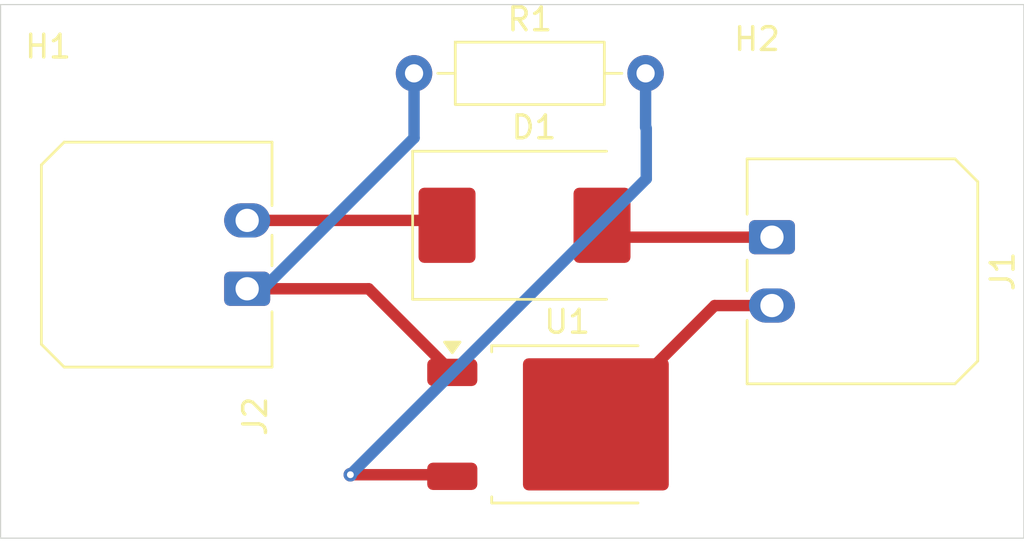
<source format=kicad_pcb>
(kicad_pcb (version 20241229) (generator "pcbnew") (generator_version "9.0")
  (layers (0 "F.Cu" signal) (2 "B.Cu" signal) (13 "F.Paste" user) (15 "B.Paste" user) (5 "F.SilkS" user "F.Silkscreen") (7 "B.SilkS" user "B.Silkscreen") (1 "F.Mask" user) (3 "B.Mask" user) (25 "Edge.Cuts" user))
  (net 0 "")
  (net 1 "GND")
  (net 2 "Net-(D1-K)")
  (net 3 "Net-(D1-A)")
  (net 4 "Net-(J1-Pin_2)")
  (net 5 "Net-(U1-Cathode)")
  (footprint "Resistor_THT:R_Axial_DIN0207_L6.3mm_D2.5mm_P10.16mm_Horizontal" (layer "F.Cu") (at 123.76404 62.95644)
    (property "Reference" "R1" (at 5.08 -2.37 0) (layer "F.SilkS"))
    (property "Value" "36000")
    (fp_line (start 1.04 0) (end 1.81 0) (stroke (width 0.12)) (layer "F.SilkS"))
    (fp_line (start 9.12 0) (end 8.35 0) (stroke (width 0.12)) (layer "F.SilkS"))
    (fp_rect (start 1.81 -1.37) (end 8.35 1.37) (stroke (width 0.12)) (fill no) (layer "F.SilkS"))
    (pad "1" thru_hole circle (at 0 0) (size 1.6 1.6) (drill 0.8) (layers "*.Cu" "*.Mask") (net 1 "GND"))
    (pad "2" thru_hole circle (at 10.16 0) (size 1.6 1.6) (drill 0.8) (layers "*.Cu" "*.Mask") (net 5 "Net-(U1-Cathode)"))
  )
  (footprint "Connector_Molex:Molex_Micro-Fit_3.0_43650-0200_1x02_P3.00mm_Horizontal" (layer "F.Cu") (at 116.44128 72.40918 90)
    (property "Reference" "J2" (at -5.59422 0.34792 90) (layer "F.SilkS"))
    (property "Value" "Tractive Battery")
    (fp_line (start 5.435 -9.03) (end 6.435 -8.03) (stroke (width 0.12)) (layer "F.SilkS"))
    (fp_line (start -2.435 -9.03) (end 5.435 -9.03) (stroke (width 0.12)) (layer "F.SilkS"))
    (fp_line (start 6.435 -8.03) (end 6.435 1.09) (stroke (width 0.12)) (layer "F.SilkS"))
    (fp_line (start -3.435 -8.03) (end -2.435 -9.03) (stroke (width 0.12)) (layer "F.SilkS"))
    (fp_line (start 6.435 1.09) (end 3.651767 1.09) (stroke (width 0.12)) (layer "F.SilkS"))
    (fp_line (start 1.01 1.09) (end 2.348233 1.09) (stroke (width 0.12)) (layer "F.SilkS"))
    (fp_line (start -3.435 1.09) (end -3.435 -8.03) (stroke (width 0.12)) (layer "F.SilkS"))
    (fp_line (start -3.435 1.09) (end -1.01 1.09) (stroke (width 0.12)) (layer "F.SilkS"))
    (pad "" np_thru_hole circle (at 1.5 -4.32 90) (size 3 3) (drill 3) (layers "*.Cu" "*.Mask"))
    (pad "1" thru_hole roundrect (at 0 0 90) (size 1.5 2.02) (drill 1.02) (layers "*.Cu" "*.Mask") (roundrect_rratio 0.166667) (net 1 "GND"))
    (pad "2" thru_hole oval (at 3 0 90) (size 1.5 2.02) (drill 1.02) (layers "*.Cu" "*.Mask") (net 2 "Net-(D1-K)"))
  )
  (footprint "MountingHole:MountingHole_2.1mm" (layer "F.Cu") (at 142.92072 62.59576)
    (property "Reference" "H2" (at -4.10718 -1.143 0) (layer "F.SilkS"))
    (property "Value" "MountingHole")
    (pad "" np_thru_hole circle (at 0 0) (size 2.1 2.1) (drill 2.1) (layers "*.Cu" "*.Mask"))
  )
  (footprint "MountingHole:MountingHole_2.1mm" (layer "F.Cu") (at 112.48136 62.4586)
    (property "Reference" "H1" (at -4.77774 -0.67564 0) (layer "F.SilkS"))
    (property "Value" "MountingHole")
    (pad "" np_thru_hole circle (at 0 0) (size 2.1 2.1) (drill 2.1) (layers "*.Cu" "*.Mask"))
  )
  (footprint "Package_TO_SOT_SMD:TO-252-2" (layer "F.Cu") (at 130.48218 78.359)
    (property "Reference" "U1" (at 0 -4.5 0) (layer "F.SilkS"))
    (property "Value" "~")
    (fp_line (start -3.31 -3.45) (end -3.31 -3.18) (stroke (width 0.12)) (layer "F.SilkS"))
    (fp_line (start -3.31 3.45) (end -3.31 3.18) (stroke (width 0.12)) (layer "F.SilkS"))
    (fp_line (start 3.11 -3.45) (end -3.31 -3.45) (stroke (width 0.12)) (layer "F.SilkS"))
    (fp_line (start 3.11 3.45) (end -3.31 3.45) (stroke (width 0.12)) (layer "F.SilkS"))
    (fp_poly (pts (xy -5.04 -3.14) (xy -5.38 -3.61) (xy -4.7 -3.61)) (stroke (width 0.12)) (fill yes) (layer "F.SilkS"))
    (pad "1" smd roundrect (at -5.04 -2.28) (size 2.2 1.2) (layers "F.Cu" "F.Mask" "F.Paste") (roundrect_rratio 0.208333) (net 1 "GND"))
    (pad "2" smd roundrect (at 1.26 0) (size 6.4 5.8) (layers "F.Cu" "F.Mask") (roundrect_rratio 0.043103) (net 4 "Net-(J1-Pin_2)"))
    (pad "3" smd roundrect (at -5.04 2.28) (size 2.2 1.2) (layers "F.Cu" "F.Mask" "F.Paste") (roundrect_rratio 0.208333) (net 5 "Net-(U1-Cathode)"))
  )
  (footprint "Diode_SMD:D_SMC" (layer "F.Cu") (at 128.61184 69.62394)
    (property "Reference" "D1" (at 0.41508 -4.29768 0) (layer "F.SilkS"))
    (property "Value" "Z3SMC62")
    (fp_line (start -4.91 -3.25) (end 3.6 -3.25) (stroke (width 0.12)) (layer "F.SilkS"))
    (fp_line (start -4.91 3.25) (end -4.91 -3.25) (stroke (width 0.12)) (layer "F.SilkS"))
    (fp_line (start -4.91 3.25) (end 3.6 3.25) (stroke (width 0.12)) (layer "F.SilkS"))
    (pad "1" smd roundrect (at -3.4 0 90) (size 3.3 2.5) (layers "F.Cu" "F.Mask" "F.Paste") (roundrect_rratio 0.1) (net 2 "Net-(D1-K)"))
    (pad "2" smd roundrect (at 3.4 0 90) (size 3.3 2.5) (layers "F.Cu" "F.Mask" "F.Paste") (roundrect_rratio 0.1) (net 3 "Net-(D1-A)"))
  )
  (footprint "Connector_Molex:Molex_Micro-Fit_3.0_43650-0200_1x02_P3.00mm_Horizontal" (layer "F.Cu") (at 139.4694 70.14578 -90)
    (property "Reference" "J1" (at 1.5 -10.12 90) (layer "F.SilkS"))
    (property "Value" "LED 0.170amps")
    (fp_line (start -3.435 1.09) (end -1.01 1.09) (stroke (width 0.12)) (layer "F.SilkS"))
    (fp_line (start -3.435 1.09) (end -3.435 -8.03) (stroke (width 0.12)) (layer "F.SilkS"))
    (fp_line (start 1.01 1.09) (end 2.348233 1.09) (stroke (width 0.12)) (layer "F.SilkS"))
    (fp_line (start 6.435 1.09) (end 3.651767 1.09) (stroke (width 0.12)) (layer "F.SilkS"))
    (fp_line (start -3.435 -8.03) (end -2.435 -9.03) (stroke (width 0.12)) (layer "F.SilkS"))
    (fp_line (start 6.435 -8.03) (end 6.435 1.09) (stroke (width 0.12)) (layer "F.SilkS"))
    (fp_line (start -2.435 -9.03) (end 5.435 -9.03) (stroke (width 0.12)) (layer "F.SilkS"))
    (fp_line (start 5.435 -9.03) (end 6.435 -8.03) (stroke (width 0.12)) (layer "F.SilkS"))
    (pad "" np_thru_hole circle (at 1.5 -4.32 270) (size 3 3) (drill 3) (layers "*.Cu" "*.Mask"))
    (pad "1" thru_hole roundrect (at 0 0 270) (size 1.5 2.02) (drill 1.02) (layers "*.Cu" "*.Mask") (roundrect_rratio 0.166667) (net 3 "Net-(D1-A)"))
    (pad "2" thru_hole oval (at 3 0 270) (size 1.5 2.02) (drill 1.02) (layers "*.Cu" "*.Mask") (net 4 "Net-(J1-Pin_2)"))
  )
  (gr_rect (start 105.62082 59.93892) (end 150.5204 83.35264) (stroke (width 0.05)) (fill no) (layer "Edge.Cuts"))
  (segment (start 116.44128 72.40918) (end 121.77236 72.40918) (width 0.5) (layer "F.Cu") (net 1))
  (segment (start 121.77236 72.40918) (end 125.44218 76.079) (width 0.5) (layer "F.Cu") (net 1))
  (segment (start 123.76404 65.79108) (end 117.14594 72.40918) (width 0.5) (layer "B.Cu") (net 1))
  (segment (start 123.76404 62.95644) (end 123.76404 65.79108) (width 0.5) (layer "B.Cu") (net 1))
  (segment (start 117.14594 72.40918) (end 116.44128 72.40918) (width 0.5) (layer "B.Cu") (net 1))
  (segment (start 116.44128 69.40918) (end 124.99708 69.40918) (width 0.5) (layer "F.Cu") (net 2))
  (segment (start 124.99708 69.40918) (end 125.21184 69.62394) (width 0.5) (layer "F.Cu") (net 2))
  (segment (start 139.4694 70.14578) (end 132.53368 70.14578) (width 0.5) (layer "F.Cu") (net 3))
  (segment (start 132.53368 70.14578) (end 132.01184 69.62394) (width 0.5) (layer "F.Cu") (net 3))
  (segment (start 139.4694 73.14578) (end 136.9554 73.14578) (width 0.5) (layer "F.Cu") (net 4))
  (segment (start 136.9554 73.14578) (end 131.74218 78.359) (width 0.5) (layer "F.Cu") (net 4))
  (segment (start 120.97004 80.5688) (end 125.37198 80.5688) (width 0.5) (layer "F.Cu") (net 5))
  (segment (start 125.37198 80.5688) (end 125.44218 80.639) (width 0.5) (layer "F.Cu") (net 5))
  (via (at 120.97004 80.5688) (size 0.6) (drill 0.3) (layers "F.Cu" "B.Cu") (net 5))
  (segment (start 133.92404 62.95644) (end 133.92404 65.33388) (width 0.5) (layer "B.Cu") (net 5))
  (segment (start 133.95452 65.36436) (end 133.95452 67.58432) (width 0.5) (layer "B.Cu") (net 5))
  (segment (start 133.95452 67.58432) (end 120.97004 80.5688) (width 0.5) (layer "B.Cu") (net 5))
  (segment (start 120.97004 80.5688) (end 121.01068 80.5688) (width 0.5) (layer "B.Cu") (net 5))
)
</source>
